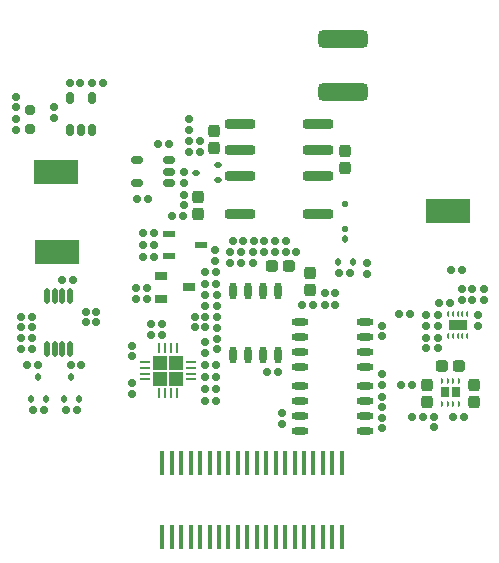
<source format=gtp>
G04*
G04 #@! TF.GenerationSoftware,Altium Limited,Altium Designer,19.1.8 (144)*
G04*
G04 Layer_Color=8421504*
%FSLAX25Y25*%
%MOIN*%
G70*
G01*
G75*
%ADD16R,0.02756X0.03543*%
%ADD17R,0.04528X0.04528*%
G04:AMPARAMS|DCode=18|XSize=23.62mil|YSize=23.62mil|CornerRadius=5.91mil|HoleSize=0mil|Usage=FLASHONLY|Rotation=90.000|XOffset=0mil|YOffset=0mil|HoleType=Round|Shape=RoundedRectangle|*
%AMROUNDEDRECTD18*
21,1,0.02362,0.01181,0,0,90.0*
21,1,0.01181,0.02362,0,0,90.0*
1,1,0.01181,0.00591,0.00591*
1,1,0.01181,0.00591,-0.00591*
1,1,0.01181,-0.00591,-0.00591*
1,1,0.01181,-0.00591,0.00591*
%
%ADD18ROUNDEDRECTD18*%
G04:AMPARAMS|DCode=19|XSize=25.2mil|YSize=25.2mil|CornerRadius=6.3mil|HoleSize=0mil|Usage=FLASHONLY|Rotation=180.000|XOffset=0mil|YOffset=0mil|HoleType=Round|Shape=RoundedRectangle|*
%AMROUNDEDRECTD19*
21,1,0.02520,0.01260,0,0,180.0*
21,1,0.01260,0.02520,0,0,180.0*
1,1,0.01260,-0.00630,0.00630*
1,1,0.01260,0.00630,0.00630*
1,1,0.01260,0.00630,-0.00630*
1,1,0.01260,-0.00630,-0.00630*
%
%ADD19ROUNDEDRECTD19*%
G04:AMPARAMS|DCode=20|XSize=37.4mil|YSize=41.34mil|CornerRadius=9.35mil|HoleSize=0mil|Usage=FLASHONLY|Rotation=180.000|XOffset=0mil|YOffset=0mil|HoleType=Round|Shape=RoundedRectangle|*
%AMROUNDEDRECTD20*
21,1,0.03740,0.02264,0,0,180.0*
21,1,0.01870,0.04134,0,0,180.0*
1,1,0.01870,-0.00935,0.01132*
1,1,0.01870,0.00935,0.01132*
1,1,0.01870,0.00935,-0.01132*
1,1,0.01870,-0.00935,-0.01132*
%
%ADD20ROUNDEDRECTD20*%
G04:AMPARAMS|DCode=21|XSize=23.62mil|YSize=39.37mil|CornerRadius=5.91mil|HoleSize=0mil|Usage=FLASHONLY|Rotation=270.000|XOffset=0mil|YOffset=0mil|HoleType=Round|Shape=RoundedRectangle|*
%AMROUNDEDRECTD21*
21,1,0.02362,0.02756,0,0,270.0*
21,1,0.01181,0.03937,0,0,270.0*
1,1,0.01181,-0.01378,-0.00591*
1,1,0.01181,-0.01378,0.00591*
1,1,0.01181,0.01378,0.00591*
1,1,0.01181,0.01378,-0.00591*
%
%ADD21ROUNDEDRECTD21*%
%ADD22O,0.05709X0.02362*%
G04:AMPARAMS|DCode=23|XSize=25.2mil|YSize=25.2mil|CornerRadius=6.3mil|HoleSize=0mil|Usage=FLASHONLY|Rotation=90.000|XOffset=0mil|YOffset=0mil|HoleType=Round|Shape=RoundedRectangle|*
%AMROUNDEDRECTD23*
21,1,0.02520,0.01260,0,0,90.0*
21,1,0.01260,0.02520,0,0,90.0*
1,1,0.01260,0.00630,0.00630*
1,1,0.01260,0.00630,-0.00630*
1,1,0.01260,-0.00630,-0.00630*
1,1,0.01260,-0.00630,0.00630*
%
%ADD23ROUNDEDRECTD23*%
G04:AMPARAMS|DCode=24|XSize=149.61mil|YSize=79.92mil|CornerRadius=4mil|HoleSize=0mil|Usage=FLASHONLY|Rotation=180.000|XOffset=0mil|YOffset=0mil|HoleType=Round|Shape=RoundedRectangle|*
%AMROUNDEDRECTD24*
21,1,0.14961,0.07193,0,0,180.0*
21,1,0.14161,0.07992,0,0,180.0*
1,1,0.00799,-0.07081,0.03597*
1,1,0.00799,0.07081,0.03597*
1,1,0.00799,0.07081,-0.03597*
1,1,0.00799,-0.07081,-0.03597*
%
%ADD24ROUNDEDRECTD24*%
G04:AMPARAMS|DCode=25|XSize=23.62mil|YSize=23.62mil|CornerRadius=5.91mil|HoleSize=0mil|Usage=FLASHONLY|Rotation=180.000|XOffset=0mil|YOffset=0mil|HoleType=Round|Shape=RoundedRectangle|*
%AMROUNDEDRECTD25*
21,1,0.02362,0.01181,0,0,180.0*
21,1,0.01181,0.02362,0,0,180.0*
1,1,0.01181,-0.00591,0.00591*
1,1,0.01181,0.00591,0.00591*
1,1,0.01181,0.00591,-0.00591*
1,1,0.01181,-0.00591,-0.00591*
%
%ADD25ROUNDEDRECTD25*%
G04:AMPARAMS|DCode=26|XSize=7.87mil|YSize=19.68mil|CornerRadius=1.97mil|HoleSize=0mil|Usage=FLASHONLY|Rotation=180.000|XOffset=0mil|YOffset=0mil|HoleType=Round|Shape=RoundedRectangle|*
%AMROUNDEDRECTD26*
21,1,0.00787,0.01575,0,0,180.0*
21,1,0.00394,0.01968,0,0,180.0*
1,1,0.00394,-0.00197,0.00787*
1,1,0.00394,0.00197,0.00787*
1,1,0.00394,0.00197,-0.00787*
1,1,0.00394,-0.00197,-0.00787*
%
%ADD26ROUNDEDRECTD26*%
G04:AMPARAMS|DCode=27|XSize=59.06mil|YSize=35.43mil|CornerRadius=1.77mil|HoleSize=0mil|Usage=FLASHONLY|Rotation=180.000|XOffset=0mil|YOffset=0mil|HoleType=Round|Shape=RoundedRectangle|*
%AMROUNDEDRECTD27*
21,1,0.05906,0.03189,0,0,180.0*
21,1,0.05551,0.03543,0,0,180.0*
1,1,0.00354,-0.02776,0.01595*
1,1,0.00354,0.02776,0.01595*
1,1,0.00354,0.02776,-0.01595*
1,1,0.00354,-0.02776,-0.01595*
%
%ADD27ROUNDEDRECTD27*%
G04:AMPARAMS|DCode=28|XSize=37.4mil|YSize=41.34mil|CornerRadius=9.35mil|HoleSize=0mil|Usage=FLASHONLY|Rotation=270.000|XOffset=0mil|YOffset=0mil|HoleType=Round|Shape=RoundedRectangle|*
%AMROUNDEDRECTD28*
21,1,0.03740,0.02264,0,0,270.0*
21,1,0.01870,0.04134,0,0,270.0*
1,1,0.01870,-0.01132,-0.00935*
1,1,0.01870,-0.01132,0.00935*
1,1,0.01870,0.01132,0.00935*
1,1,0.01870,0.01132,-0.00935*
%
%ADD28ROUNDEDRECTD28*%
G04:AMPARAMS|DCode=29|XSize=9.84mil|YSize=19.68mil|CornerRadius=2.46mil|HoleSize=0mil|Usage=FLASHONLY|Rotation=0.000|XOffset=0mil|YOffset=0mil|HoleType=Round|Shape=RoundedRectangle|*
%AMROUNDEDRECTD29*
21,1,0.00984,0.01476,0,0,0.0*
21,1,0.00492,0.01968,0,0,0.0*
1,1,0.00492,0.00246,-0.00738*
1,1,0.00492,-0.00246,-0.00738*
1,1,0.00492,-0.00246,0.00738*
1,1,0.00492,0.00246,0.00738*
%
%ADD29ROUNDEDRECTD29*%
%ADD30O,0.03347X0.00984*%
%ADD31O,0.00984X0.03347*%
%ADD32O,0.02362X0.05709*%
G04:AMPARAMS|DCode=33|XSize=31.5mil|YSize=31.5mil|CornerRadius=7.87mil|HoleSize=0mil|Usage=FLASHONLY|Rotation=90.000|XOffset=0mil|YOffset=0mil|HoleType=Round|Shape=RoundedRectangle|*
%AMROUNDEDRECTD33*
21,1,0.03150,0.01575,0,0,90.0*
21,1,0.01575,0.03150,0,0,90.0*
1,1,0.01575,0.00787,0.00787*
1,1,0.01575,0.00787,-0.00787*
1,1,0.01575,-0.00787,-0.00787*
1,1,0.01575,-0.00787,0.00787*
%
%ADD33ROUNDEDRECTD33*%
G04:AMPARAMS|DCode=34|XSize=23.62mil|YSize=39.37mil|CornerRadius=5.91mil|HoleSize=0mil|Usage=FLASHONLY|Rotation=180.000|XOffset=0mil|YOffset=0mil|HoleType=Round|Shape=RoundedRectangle|*
%AMROUNDEDRECTD34*
21,1,0.02362,0.02756,0,0,180.0*
21,1,0.01181,0.03937,0,0,180.0*
1,1,0.01181,-0.00591,0.01378*
1,1,0.01181,0.00591,0.01378*
1,1,0.01181,0.00591,-0.01378*
1,1,0.01181,-0.00591,-0.01378*
%
%ADD34ROUNDEDRECTD34*%
%ADD35O,0.01968X0.05315*%
G04:AMPARAMS|DCode=36|XSize=18.5mil|YSize=23.62mil|CornerRadius=4.63mil|HoleSize=0mil|Usage=FLASHONLY|Rotation=0.000|XOffset=0mil|YOffset=0mil|HoleType=Round|Shape=RoundedRectangle|*
%AMROUNDEDRECTD36*
21,1,0.01850,0.01437,0,0,0.0*
21,1,0.00925,0.02362,0,0,0.0*
1,1,0.00925,0.00463,-0.00719*
1,1,0.00925,-0.00463,-0.00719*
1,1,0.00925,-0.00463,0.00719*
1,1,0.00925,0.00463,0.00719*
%
%ADD36ROUNDEDRECTD36*%
%ADD37R,0.03937X0.02559*%
%ADD38R,0.03937X0.02362*%
G04:AMPARAMS|DCode=39|XSize=18.5mil|YSize=23.62mil|CornerRadius=4.63mil|HoleSize=0mil|Usage=FLASHONLY|Rotation=90.000|XOffset=0mil|YOffset=0mil|HoleType=Round|Shape=RoundedRectangle|*
%AMROUNDEDRECTD39*
21,1,0.01850,0.01437,0,0,90.0*
21,1,0.00925,0.02362,0,0,90.0*
1,1,0.00925,0.00719,0.00463*
1,1,0.00925,0.00719,-0.00463*
1,1,0.00925,-0.00719,-0.00463*
1,1,0.00925,-0.00719,0.00463*
%
%ADD39ROUNDEDRECTD39*%
G04:AMPARAMS|DCode=40|XSize=31.5mil|YSize=100.79mil|CornerRadius=7.87mil|HoleSize=0mil|Usage=FLASHONLY|Rotation=90.000|XOffset=0mil|YOffset=0mil|HoleType=Round|Shape=RoundedRectangle|*
%AMROUNDEDRECTD40*
21,1,0.03150,0.08504,0,0,90.0*
21,1,0.01575,0.10079,0,0,90.0*
1,1,0.01575,0.04252,0.00787*
1,1,0.01575,0.04252,-0.00787*
1,1,0.01575,-0.04252,-0.00787*
1,1,0.01575,-0.04252,0.00787*
%
%ADD40ROUNDEDRECTD40*%
G04:AMPARAMS|DCode=41|XSize=23.23mil|YSize=17.72mil|CornerRadius=4.43mil|HoleSize=0mil|Usage=FLASHONLY|Rotation=270.000|XOffset=0mil|YOffset=0mil|HoleType=Round|Shape=RoundedRectangle|*
%AMROUNDEDRECTD41*
21,1,0.02323,0.00886,0,0,270.0*
21,1,0.01437,0.01772,0,0,270.0*
1,1,0.00886,-0.00443,-0.00719*
1,1,0.00886,-0.00443,0.00719*
1,1,0.00886,0.00443,0.00719*
1,1,0.00886,0.00443,-0.00719*
%
%ADD41ROUNDEDRECTD41*%
G04:AMPARAMS|DCode=42|XSize=59.06mil|YSize=165.35mil|CornerRadius=14.76mil|HoleSize=0mil|Usage=FLASHONLY|Rotation=90.000|XOffset=0mil|YOffset=0mil|HoleType=Round|Shape=RoundedRectangle|*
%AMROUNDEDRECTD42*
21,1,0.05906,0.13583,0,0,90.0*
21,1,0.02953,0.16535,0,0,90.0*
1,1,0.02953,0.06791,0.01476*
1,1,0.02953,0.06791,-0.01476*
1,1,0.02953,-0.06791,-0.01476*
1,1,0.02953,-0.06791,0.01476*
%
%ADD42ROUNDEDRECTD42*%
G04:AMPARAMS|DCode=43|XSize=15.75mil|YSize=82.68mil|CornerRadius=3.94mil|HoleSize=0mil|Usage=FLASHONLY|Rotation=0.000|XOffset=0mil|YOffset=0mil|HoleType=Round|Shape=RoundedRectangle|*
%AMROUNDEDRECTD43*
21,1,0.01575,0.07480,0,0,0.0*
21,1,0.00787,0.08268,0,0,0.0*
1,1,0.00787,0.00394,-0.03740*
1,1,0.00787,-0.00394,-0.03740*
1,1,0.00787,-0.00394,0.03740*
1,1,0.00787,0.00394,0.03740*
%
%ADD43ROUNDEDRECTD43*%
D16*
X149409Y54724D02*
D03*
X152953D02*
D03*
D17*
X54331Y59350D02*
D03*
X59646D02*
D03*
Y64665D02*
D03*
X54331D02*
D03*
D18*
X113976Y94488D02*
D03*
X117520D02*
D03*
X109252Y87795D02*
D03*
X112795D02*
D03*
X73032Y90945D02*
D03*
X69488D02*
D03*
X67520Y135039D02*
D03*
X63976D02*
D03*
X158465Y85433D02*
D03*
X154921D02*
D03*
X134055Y80709D02*
D03*
X137598D02*
D03*
X151378Y95669D02*
D03*
X154921D02*
D03*
X138386Y46457D02*
D03*
X141929D02*
D03*
X134843Y57087D02*
D03*
X138386D02*
D03*
X92716Y105118D02*
D03*
X96260D02*
D03*
X89173D02*
D03*
X85630D02*
D03*
X96260Y101575D02*
D03*
X99803D02*
D03*
X89173D02*
D03*
X92716D02*
D03*
X82087Y105118D02*
D03*
X78543D02*
D03*
X62008Y113386D02*
D03*
X58465D02*
D03*
X54921Y74016D02*
D03*
X51378D02*
D03*
X51378Y77559D02*
D03*
X54921D02*
D03*
X69488Y76378D02*
D03*
X65945D02*
D03*
X65945Y79921D02*
D03*
X69488D02*
D03*
X73032Y94882D02*
D03*
X69488D02*
D03*
X31693Y157874D02*
D03*
X35236D02*
D03*
X24213D02*
D03*
X27756D02*
D03*
X8071Y69291D02*
D03*
X11614D02*
D03*
X11614Y72835D02*
D03*
X8071D02*
D03*
X8071Y76378D02*
D03*
X11614D02*
D03*
X11614Y79921D02*
D03*
X8071D02*
D03*
X10039Y63779D02*
D03*
X13583D02*
D03*
X28150D02*
D03*
X24606D02*
D03*
X12008Y48819D02*
D03*
X15551D02*
D03*
X23031D02*
D03*
X26575D02*
D03*
X67520Y138583D02*
D03*
X63976D02*
D03*
X105315Y83858D02*
D03*
X101772D02*
D03*
D19*
X73228Y87244D02*
D03*
Y83622D02*
D03*
X62205Y128189D02*
D03*
Y124567D02*
D03*
X128347Y60866D02*
D03*
Y57244D02*
D03*
X146850Y76929D02*
D03*
Y80551D02*
D03*
X160236Y76929D02*
D03*
Y80551D02*
D03*
X85433Y97795D02*
D03*
Y101417D02*
D03*
X81496Y97795D02*
D03*
Y101417D02*
D03*
X77559Y97795D02*
D03*
Y101417D02*
D03*
X44882Y54094D02*
D03*
Y57717D02*
D03*
X69291Y67874D02*
D03*
Y71496D02*
D03*
X94882Y47874D02*
D03*
Y44252D02*
D03*
X69291Y87244D02*
D03*
Y83622D02*
D03*
X18898Y146221D02*
D03*
Y149843D02*
D03*
X128347Y73386D02*
D03*
Y77008D02*
D03*
D20*
X66929Y114075D02*
D03*
Y119783D02*
D03*
X143307Y51476D02*
D03*
Y57185D02*
D03*
X159055Y51476D02*
D03*
Y57185D02*
D03*
X72441Y136122D02*
D03*
Y141831D02*
D03*
X104331Y94587D02*
D03*
Y88878D02*
D03*
X116142Y129429D02*
D03*
Y135138D02*
D03*
D21*
X57284Y124606D02*
D03*
Y128347D02*
D03*
Y132087D02*
D03*
X46654D02*
D03*
Y124606D02*
D03*
D22*
X122539Y41713D02*
D03*
Y46713D02*
D03*
Y51713D02*
D03*
Y56713D02*
D03*
X101083Y41713D02*
D03*
Y46713D02*
D03*
Y51713D02*
D03*
Y56713D02*
D03*
X122539Y63366D02*
D03*
Y68366D02*
D03*
Y73366D02*
D03*
Y78366D02*
D03*
X101083Y63366D02*
D03*
Y68366D02*
D03*
Y73366D02*
D03*
Y78366D02*
D03*
D23*
X46614Y119291D02*
D03*
X50236D02*
D03*
X158504Y89370D02*
D03*
X154882D02*
D03*
X147402Y84646D02*
D03*
X151024D02*
D03*
X152126Y46457D02*
D03*
X155748D02*
D03*
X73071Y59842D02*
D03*
X69449D02*
D03*
X73071Y63779D02*
D03*
X69449D02*
D03*
X25433Y92126D02*
D03*
X21811D02*
D03*
X48583Y107874D02*
D03*
X52205D02*
D03*
X48583Y103937D02*
D03*
X52205D02*
D03*
X52205Y100000D02*
D03*
X48583D02*
D03*
X73071Y55905D02*
D03*
X69449D02*
D03*
X73071Y51968D02*
D03*
X69449D02*
D03*
X93543Y61417D02*
D03*
X89921D02*
D03*
X57323Y137402D02*
D03*
X53701D02*
D03*
X109213Y83858D02*
D03*
X112835D02*
D03*
D24*
X19685Y128347D02*
D03*
X150394Y115354D02*
D03*
X20079Y101575D02*
D03*
D25*
X142913Y80512D02*
D03*
Y76968D02*
D03*
X146850Y69488D02*
D03*
Y73032D02*
D03*
X142913Y69488D02*
D03*
Y73032D02*
D03*
X162205Y85630D02*
D03*
Y89173D02*
D03*
X145669Y46654D02*
D03*
Y43110D02*
D03*
X46457Y86024D02*
D03*
Y89567D02*
D03*
X50000Y86024D02*
D03*
Y89567D02*
D03*
X44882Y70276D02*
D03*
Y66732D02*
D03*
X73228Y79724D02*
D03*
Y76181D02*
D03*
X72835Y102165D02*
D03*
Y98622D02*
D03*
X62205Y120669D02*
D03*
Y117126D02*
D03*
X6299Y145866D02*
D03*
Y142323D02*
D03*
Y153347D02*
D03*
Y149803D02*
D03*
X33071Y78150D02*
D03*
Y81693D02*
D03*
X29528Y81693D02*
D03*
Y78150D02*
D03*
X64173Y145866D02*
D03*
Y142323D02*
D03*
X73228Y72638D02*
D03*
Y69095D02*
D03*
X128347Y49803D02*
D03*
Y53347D02*
D03*
Y42717D02*
D03*
Y46260D02*
D03*
X123228Y94291D02*
D03*
Y97835D02*
D03*
D26*
X150394Y73425D02*
D03*
X151969D02*
D03*
X153543D02*
D03*
X155118D02*
D03*
X156693D02*
D03*
X150394Y80905D02*
D03*
X151969D02*
D03*
X153543D02*
D03*
X155118D02*
D03*
X156693D02*
D03*
D27*
X153543Y77165D02*
D03*
D28*
X154035Y63386D02*
D03*
X148327D02*
D03*
X91634Y96850D02*
D03*
X97342D02*
D03*
D29*
X154134Y58464D02*
D03*
X152165D02*
D03*
X150197D02*
D03*
X148228D02*
D03*
X154134Y50984D02*
D03*
X152165D02*
D03*
X150197D02*
D03*
X148228D02*
D03*
D30*
X64567Y59055D02*
D03*
Y61024D02*
D03*
Y62992D02*
D03*
Y64961D02*
D03*
X49409D02*
D03*
Y62992D02*
D03*
Y61024D02*
D03*
Y59055D02*
D03*
D31*
X59941Y69587D02*
D03*
X57972D02*
D03*
X56004D02*
D03*
X54035D02*
D03*
Y54429D02*
D03*
X56004D02*
D03*
X57972D02*
D03*
X59941D02*
D03*
D32*
X93721Y88681D02*
D03*
X88721D02*
D03*
X83720D02*
D03*
X78720D02*
D03*
X93721Y67224D02*
D03*
X88721D02*
D03*
X83720D02*
D03*
X78720D02*
D03*
D33*
X11024Y148917D02*
D03*
Y142421D02*
D03*
D34*
X24213Y152953D02*
D03*
X31693D02*
D03*
Y142323D02*
D03*
X27953D02*
D03*
X24213D02*
D03*
D35*
X16634Y69193D02*
D03*
X19193D02*
D03*
X21752D02*
D03*
X24311D02*
D03*
X16634Y86713D02*
D03*
X19193D02*
D03*
X21752D02*
D03*
X24311D02*
D03*
D36*
X16339Y52559D02*
D03*
X11220D02*
D03*
X13780Y60039D02*
D03*
X27362Y52559D02*
D03*
X22244D02*
D03*
X24803Y60039D02*
D03*
X118701Y98228D02*
D03*
X113583D02*
D03*
X116142Y105709D02*
D03*
D37*
X54724Y93504D02*
D03*
Y86024D02*
D03*
X64173Y89764D02*
D03*
D38*
X67913Y103937D02*
D03*
X57284Y100197D02*
D03*
Y107677D02*
D03*
D39*
X73819Y130512D02*
D03*
Y125394D02*
D03*
X66339Y127953D02*
D03*
D40*
X107165Y144095D02*
D03*
X81024D02*
D03*
Y135433D02*
D03*
X107165D02*
D03*
X81024Y114173D02*
D03*
X107165D02*
D03*
Y126772D02*
D03*
X81024D02*
D03*
D41*
X116142Y109232D02*
D03*
Y117539D02*
D03*
D42*
X115354Y154921D02*
D03*
Y172638D02*
D03*
D43*
X111811Y6496D02*
D03*
X114961D02*
D03*
X108661D02*
D03*
X105512D02*
D03*
X102362D02*
D03*
X86614D02*
D03*
X89764D02*
D03*
X92913D02*
D03*
X99213D02*
D03*
X96063D02*
D03*
X64567D02*
D03*
X67716D02*
D03*
X61417D02*
D03*
X58268D02*
D03*
X55118D02*
D03*
X70866D02*
D03*
X74016D02*
D03*
X77165D02*
D03*
X83465D02*
D03*
X80315D02*
D03*
Y31299D02*
D03*
X83465D02*
D03*
X77165D02*
D03*
X74016D02*
D03*
X70866D02*
D03*
X55118D02*
D03*
X58268D02*
D03*
X61417D02*
D03*
X67716D02*
D03*
X64567D02*
D03*
X96063D02*
D03*
X99213D02*
D03*
X92913D02*
D03*
X89764D02*
D03*
X86614D02*
D03*
X102362D02*
D03*
X105512D02*
D03*
X108661D02*
D03*
X114961D02*
D03*
X111811D02*
D03*
M02*

</source>
